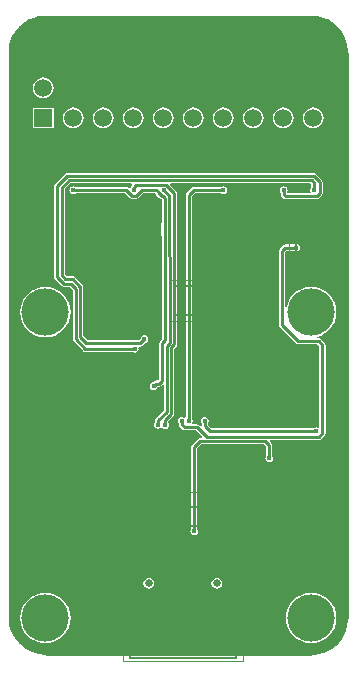
<source format=gbl>
G04*
G04 #@! TF.GenerationSoftware,Altium Limited,Altium Designer,20.0.12 (288)*
G04*
G04 Layer_Physical_Order=2*
G04 Layer_Color=9720587*
%FSLAX44Y44*%
%MOMM*%
G71*
G01*
G75*
%ADD10C,0.2000*%
%ADD11C,0.2540*%
%ADD12C,0.1270*%
%ADD14C,0.0000*%
%ADD15C,0.0500*%
%ADD48C,0.6500*%
%ADD49O,1.0000X2.0000*%
%ADD50O,0.9000X1.8000*%
%ADD51C,4.0000*%
%ADD52R,1.5000X1.5000*%
%ADD53C,1.5000*%
%ADD54C,0.4000*%
G36*
X1494988Y989500D02*
X1497037Y989500D01*
X1501100Y988965D01*
X1505058Y987904D01*
X1508844Y986336D01*
X1512393Y984287D01*
X1515645Y981792D01*
X1518542Y978895D01*
X1521037Y975643D01*
X1523086Y972094D01*
X1524655Y968308D01*
X1525715Y964350D01*
X1526250Y960287D01*
X1526250Y958238D01*
X1526250D01*
X1526250Y958238D01*
X1526250Y479163D01*
X1526250Y477137D01*
X1525721Y473119D01*
X1524672Y469205D01*
X1523122Y465461D01*
X1521095Y461952D01*
X1518629Y458737D01*
X1515763Y455871D01*
X1512548Y453405D01*
X1509039Y451378D01*
X1505295Y449828D01*
X1501381Y448779D01*
X1497363Y448250D01*
X1495337Y448250D01*
X1271500D01*
X1269353Y448250D01*
X1265097Y448810D01*
X1260950Y449921D01*
X1256984Y451564D01*
X1253266Y453711D01*
X1249860Y456324D01*
X1246824Y459360D01*
X1244211Y462766D01*
X1242064Y466484D01*
X1240421Y470450D01*
X1239310Y474597D01*
X1238750Y478853D01*
X1238750Y481000D01*
X1238750Y958274D01*
Y960321D01*
X1239284Y964379D01*
X1240344Y968333D01*
X1241910Y972114D01*
X1243957Y975659D01*
X1246449Y978907D01*
X1249343Y981801D01*
X1252591Y984293D01*
X1256136Y986340D01*
X1259917Y987906D01*
X1263871Y988966D01*
X1267930Y989500D01*
X1269976Y989500D01*
Y989500D01*
X1494988Y989500D01*
D02*
G37*
%LPC*%
G36*
X1268150Y937246D02*
X1265861Y936944D01*
X1263727Y936061D01*
X1261895Y934655D01*
X1260489Y932823D01*
X1259606Y930689D01*
X1259304Y928400D01*
X1259606Y926111D01*
X1260489Y923977D01*
X1261895Y922145D01*
X1263727Y920739D01*
X1265861Y919856D01*
X1268150Y919554D01*
X1270439Y919856D01*
X1272573Y920739D01*
X1274405Y922145D01*
X1275811Y923977D01*
X1276694Y926111D01*
X1276996Y928400D01*
X1276694Y930689D01*
X1275811Y932823D01*
X1274405Y934655D01*
X1272573Y936061D01*
X1270439Y936944D01*
X1268150Y937246D01*
D02*
G37*
G36*
X1276920Y911770D02*
X1259380D01*
Y894230D01*
X1276920D01*
Y911770D01*
D02*
G37*
G36*
X1496750Y911846D02*
X1494461Y911544D01*
X1492327Y910661D01*
X1490495Y909255D01*
X1489089Y907423D01*
X1488206Y905289D01*
X1487904Y903000D01*
X1488206Y900711D01*
X1489089Y898577D01*
X1490495Y896745D01*
X1492327Y895339D01*
X1494461Y894456D01*
X1496750Y894154D01*
X1499039Y894456D01*
X1501173Y895339D01*
X1503005Y896745D01*
X1504411Y898577D01*
X1505294Y900711D01*
X1505596Y903000D01*
X1505294Y905289D01*
X1504411Y907423D01*
X1503005Y909255D01*
X1501173Y910661D01*
X1499039Y911544D01*
X1496750Y911846D01*
D02*
G37*
G36*
X1471350D02*
X1469061Y911544D01*
X1466927Y910661D01*
X1465095Y909255D01*
X1463689Y907423D01*
X1462806Y905289D01*
X1462504Y903000D01*
X1462806Y900711D01*
X1463689Y898577D01*
X1465095Y896745D01*
X1466927Y895339D01*
X1469061Y894456D01*
X1471350Y894154D01*
X1473639Y894456D01*
X1475773Y895339D01*
X1477605Y896745D01*
X1479011Y898577D01*
X1479894Y900711D01*
X1480196Y903000D01*
X1479894Y905289D01*
X1479011Y907423D01*
X1477605Y909255D01*
X1475773Y910661D01*
X1473639Y911544D01*
X1471350Y911846D01*
D02*
G37*
G36*
X1445950D02*
X1443661Y911544D01*
X1441527Y910661D01*
X1439695Y909255D01*
X1438289Y907423D01*
X1437406Y905289D01*
X1437104Y903000D01*
X1437406Y900711D01*
X1438289Y898577D01*
X1439695Y896745D01*
X1441527Y895339D01*
X1443661Y894456D01*
X1445950Y894154D01*
X1448239Y894456D01*
X1450373Y895339D01*
X1452205Y896745D01*
X1453611Y898577D01*
X1454494Y900711D01*
X1454796Y903000D01*
X1454494Y905289D01*
X1453611Y907423D01*
X1452205Y909255D01*
X1450373Y910661D01*
X1448239Y911544D01*
X1445950Y911846D01*
D02*
G37*
G36*
X1420550D02*
X1418261Y911544D01*
X1416127Y910661D01*
X1414295Y909255D01*
X1412889Y907423D01*
X1412006Y905289D01*
X1411704Y903000D01*
X1412006Y900711D01*
X1412889Y898577D01*
X1414295Y896745D01*
X1416127Y895339D01*
X1418261Y894456D01*
X1420550Y894154D01*
X1422839Y894456D01*
X1424973Y895339D01*
X1426805Y896745D01*
X1428211Y898577D01*
X1429094Y900711D01*
X1429396Y903000D01*
X1429094Y905289D01*
X1428211Y907423D01*
X1426805Y909255D01*
X1424973Y910661D01*
X1422839Y911544D01*
X1420550Y911846D01*
D02*
G37*
G36*
X1395150D02*
X1392861Y911544D01*
X1390727Y910661D01*
X1388895Y909255D01*
X1387489Y907423D01*
X1386606Y905289D01*
X1386304Y903000D01*
X1386606Y900711D01*
X1387489Y898577D01*
X1388895Y896745D01*
X1390727Y895339D01*
X1392861Y894456D01*
X1395150Y894154D01*
X1397439Y894456D01*
X1399573Y895339D01*
X1401405Y896745D01*
X1402811Y898577D01*
X1403694Y900711D01*
X1403996Y903000D01*
X1403694Y905289D01*
X1402811Y907423D01*
X1401405Y909255D01*
X1399573Y910661D01*
X1397439Y911544D01*
X1395150Y911846D01*
D02*
G37*
G36*
X1369750D02*
X1367461Y911544D01*
X1365327Y910661D01*
X1363495Y909255D01*
X1362089Y907423D01*
X1361206Y905289D01*
X1360904Y903000D01*
X1361206Y900711D01*
X1362089Y898577D01*
X1363495Y896745D01*
X1365327Y895339D01*
X1367461Y894456D01*
X1369750Y894154D01*
X1372039Y894456D01*
X1374173Y895339D01*
X1376005Y896745D01*
X1377411Y898577D01*
X1378294Y900711D01*
X1378596Y903000D01*
X1378294Y905289D01*
X1377411Y907423D01*
X1376005Y909255D01*
X1374173Y910661D01*
X1372039Y911544D01*
X1369750Y911846D01*
D02*
G37*
G36*
X1344350D02*
X1342061Y911544D01*
X1339927Y910661D01*
X1338095Y909255D01*
X1336689Y907423D01*
X1335806Y905289D01*
X1335504Y903000D01*
X1335806Y900711D01*
X1336689Y898577D01*
X1338095Y896745D01*
X1339927Y895339D01*
X1342061Y894456D01*
X1344350Y894154D01*
X1346639Y894456D01*
X1348773Y895339D01*
X1350605Y896745D01*
X1352011Y898577D01*
X1352894Y900711D01*
X1353196Y903000D01*
X1352894Y905289D01*
X1352011Y907423D01*
X1350605Y909255D01*
X1348773Y910661D01*
X1346639Y911544D01*
X1344350Y911846D01*
D02*
G37*
G36*
X1318950D02*
X1316661Y911544D01*
X1314527Y910661D01*
X1312695Y909255D01*
X1311289Y907423D01*
X1310406Y905289D01*
X1310104Y903000D01*
X1310406Y900711D01*
X1311289Y898577D01*
X1312695Y896745D01*
X1314527Y895339D01*
X1316661Y894456D01*
X1318950Y894154D01*
X1321239Y894456D01*
X1323373Y895339D01*
X1325205Y896745D01*
X1326611Y898577D01*
X1327494Y900711D01*
X1327796Y903000D01*
X1327494Y905289D01*
X1326611Y907423D01*
X1325205Y909255D01*
X1323373Y910661D01*
X1321239Y911544D01*
X1318950Y911846D01*
D02*
G37*
G36*
X1293550D02*
X1291261Y911544D01*
X1289127Y910661D01*
X1287295Y909255D01*
X1285889Y907423D01*
X1285006Y905289D01*
X1284704Y903000D01*
X1285006Y900711D01*
X1285889Y898577D01*
X1287295Y896745D01*
X1289127Y895339D01*
X1291261Y894456D01*
X1293550Y894154D01*
X1295839Y894456D01*
X1297973Y895339D01*
X1299805Y896745D01*
X1301211Y898577D01*
X1302094Y900711D01*
X1302396Y903000D01*
X1302094Y905289D01*
X1301211Y907423D01*
X1299805Y909255D01*
X1297973Y910661D01*
X1295839Y911544D01*
X1293550Y911846D01*
D02*
G37*
G36*
X1497066Y856500D02*
X1288428D01*
X1287437Y856303D01*
X1286596Y855741D01*
X1278029Y847174D01*
X1277467Y846334D01*
X1277270Y845343D01*
Y768210D01*
X1277467Y767218D01*
X1278029Y766378D01*
X1283593Y760815D01*
X1284433Y760253D01*
X1285424Y760056D01*
X1290460D01*
X1293215Y757301D01*
Y715527D01*
X1293412Y714536D01*
X1293974Y713696D01*
X1302029Y705640D01*
X1302869Y705079D01*
X1303860Y704882D01*
X1343490D01*
X1344224Y704391D01*
X1345500Y704137D01*
X1346776Y704391D01*
X1347858Y705114D01*
X1348580Y706196D01*
X1348834Y707472D01*
X1348699Y708152D01*
X1349541Y709422D01*
X1350012D01*
X1351003Y709619D01*
X1351843Y710180D01*
X1354160Y712497D01*
X1355026Y712670D01*
X1356107Y713392D01*
X1356830Y714474D01*
X1357084Y715750D01*
X1356830Y717026D01*
X1356107Y718108D01*
X1355026Y718830D01*
X1353750Y719084D01*
X1352474Y718830D01*
X1351393Y718108D01*
X1350670Y717026D01*
X1350497Y716160D01*
X1348939Y714601D01*
X1305781D01*
X1302204Y718178D01*
Y759952D01*
X1302007Y760943D01*
X1301446Y761783D01*
X1294906Y768323D01*
X1294066Y768884D01*
X1293075Y769081D01*
X1288039D01*
X1286260Y770860D01*
Y842692D01*
X1291078Y847510D01*
X1342725D01*
X1343172Y846240D01*
X1342801Y845684D01*
X1342603Y844693D01*
Y844049D01*
X1342257Y843531D01*
X1340764Y843228D01*
X1340411Y843581D01*
X1339570Y844143D01*
X1338580Y844340D01*
X1295510D01*
X1294776Y844830D01*
X1293500Y845084D01*
X1292224Y844830D01*
X1291142Y844108D01*
X1290420Y843026D01*
X1290166Y841750D01*
X1290420Y840474D01*
X1291142Y839392D01*
X1292224Y838670D01*
X1293500Y838416D01*
X1294776Y838670D01*
X1295510Y839160D01*
X1337507D01*
X1341288Y835379D01*
X1342128Y834817D01*
X1343120Y834620D01*
X1346880D01*
X1347872Y834817D01*
X1348712Y835379D01*
X1352908Y839575D01*
X1363149D01*
X1363186Y839538D01*
X1363317Y838878D01*
X1363879Y838038D01*
X1366538Y835379D01*
X1367378Y834817D01*
X1368120Y834670D01*
X1368608Y834182D01*
Y814768D01*
X1368447Y814528D01*
X1368250Y813537D01*
Y803463D01*
X1368447Y802472D01*
X1368608Y802232D01*
Y794829D01*
X1368500Y794287D01*
Y784213D01*
X1368608Y783671D01*
Y757580D01*
X1368805Y756589D01*
X1368950Y756372D01*
Y715863D01*
X1367169Y714081D01*
X1366607Y713241D01*
X1366410Y712250D01*
Y712249D01*
X1366313Y711763D01*
Y681726D01*
X1365253Y680665D01*
X1363970D01*
X1362979Y680468D01*
X1362139Y679907D01*
X1361556Y679323D01*
X1361500Y679334D01*
X1360224Y679080D01*
X1359142Y678357D01*
X1358420Y677276D01*
X1358166Y676000D01*
X1358420Y674724D01*
X1359142Y673643D01*
X1360224Y672920D01*
X1361500Y672666D01*
X1362776Y672920D01*
X1363858Y673643D01*
X1364580Y674724D01*
X1364654Y675097D01*
X1365043Y675486D01*
X1366325D01*
X1367316Y675683D01*
X1368157Y676244D01*
X1368950Y677038D01*
X1370123Y676552D01*
Y655246D01*
X1363698Y648820D01*
X1363137Y647980D01*
X1362940Y646989D01*
Y645639D01*
X1362892Y645608D01*
X1362170Y644526D01*
X1361916Y643250D01*
X1362170Y641974D01*
X1362892Y640892D01*
X1363974Y640170D01*
X1365250Y639916D01*
X1366526Y640170D01*
X1367608Y640892D01*
X1369049Y640763D01*
X1369103Y640682D01*
X1370184Y639959D01*
X1371460Y639706D01*
X1372736Y639959D01*
X1373818Y640682D01*
X1374541Y641764D01*
X1374794Y643040D01*
X1374541Y644316D01*
X1374050Y645050D01*
Y646459D01*
X1378354Y650763D01*
X1378916Y651603D01*
X1379113Y652595D01*
Y707534D01*
X1380991Y709412D01*
X1381553Y710252D01*
X1381750Y711243D01*
Y786919D01*
X1381553Y787911D01*
X1381300Y788289D01*
Y790696D01*
X1381408Y791238D01*
Y806262D01*
X1381210Y807253D01*
X1381050Y807493D01*
Y809507D01*
X1381210Y809747D01*
X1381408Y810738D01*
Y839603D01*
X1381210Y840594D01*
X1380649Y841434D01*
X1375746Y846337D01*
X1376232Y847510D01*
X1494415D01*
X1494910Y847016D01*
Y843760D01*
X1494420Y843026D01*
X1494166Y841750D01*
X1494420Y840474D01*
X1494439Y840445D01*
X1493760Y839175D01*
X1475260D01*
X1474811Y840445D01*
X1474830Y840474D01*
X1475084Y841750D01*
X1474830Y843026D01*
X1474108Y844108D01*
X1473026Y844830D01*
X1471750Y845084D01*
X1470474Y844830D01*
X1469393Y844108D01*
X1468670Y843026D01*
X1468416Y841750D01*
X1468670Y840474D01*
X1469393Y839392D01*
X1469440Y839361D01*
Y838073D01*
X1469637Y837082D01*
X1470198Y836242D01*
X1471686Y834754D01*
X1472526Y834192D01*
X1473517Y833995D01*
X1499505D01*
X1500496Y834192D01*
X1501336Y834754D01*
X1503996Y837414D01*
X1504558Y838254D01*
X1504755Y839246D01*
Y848811D01*
X1504558Y849802D01*
X1503996Y850643D01*
X1498898Y855741D01*
X1498057Y856303D01*
X1497066Y856500D01*
D02*
G37*
G36*
X1420500Y845084D02*
X1419224Y844830D01*
X1418490Y844340D01*
X1395396D01*
X1394405Y844143D01*
X1393565Y843581D01*
X1389419Y839435D01*
X1388857Y838595D01*
X1388660Y837604D01*
Y649815D01*
X1388190Y649499D01*
X1387390Y649253D01*
X1386526Y649830D01*
X1385250Y650084D01*
X1383974Y649830D01*
X1382892Y649108D01*
X1382170Y648026D01*
X1381916Y646750D01*
X1382170Y645474D01*
X1382892Y644392D01*
X1382940Y644361D01*
Y643221D01*
X1383137Y642230D01*
X1383698Y641389D01*
X1385919Y639169D01*
X1386759Y638607D01*
X1387750Y638410D01*
X1397427D01*
X1402799Y633038D01*
X1402313Y631865D01*
X1400723D01*
X1399732Y631668D01*
X1398892Y631106D01*
X1394169Y626383D01*
X1393607Y625543D01*
X1393410Y624552D01*
Y555010D01*
X1392920Y554276D01*
X1392666Y553000D01*
X1392920Y551724D01*
X1393642Y550642D01*
X1394724Y549920D01*
X1396000Y549666D01*
X1397276Y549920D01*
X1398358Y550642D01*
X1399080Y551724D01*
X1399334Y553000D01*
X1399080Y554276D01*
X1398590Y555010D01*
Y623479D01*
X1401796Y626685D01*
X1455177D01*
X1456963Y624899D01*
Y616856D01*
X1456473Y616122D01*
X1456219Y614846D01*
X1456473Y613570D01*
X1457195Y612488D01*
X1458277Y611766D01*
X1459553Y611512D01*
X1460829Y611766D01*
X1461911Y612488D01*
X1462633Y613570D01*
X1462887Y614846D01*
X1462633Y616122D01*
X1462143Y616856D01*
Y625972D01*
X1461946Y626963D01*
X1461384Y627803D01*
X1459866Y629322D01*
X1460352Y630495D01*
X1501380D01*
X1502372Y630692D01*
X1503212Y631254D01*
X1506365Y634407D01*
X1506926Y635247D01*
X1507123Y636238D01*
Y710779D01*
X1506926Y711770D01*
X1506365Y712611D01*
X1503112Y715863D01*
X1502271Y716425D01*
X1501280Y716622D01*
X1500526D01*
X1500338Y717892D01*
X1503179Y718754D01*
X1506874Y720729D01*
X1510113Y723387D01*
X1512771Y726626D01*
X1514746Y730321D01*
X1515962Y734330D01*
X1516373Y738500D01*
X1515962Y742670D01*
X1514746Y746679D01*
X1512771Y750374D01*
X1510113Y753613D01*
X1506874Y756271D01*
X1503179Y758246D01*
X1499170Y759462D01*
X1495000Y759873D01*
X1490830Y759462D01*
X1486821Y758246D01*
X1483126Y756271D01*
X1479887Y753613D01*
X1477229Y750374D01*
X1475254Y746679D01*
X1474165Y743088D01*
X1472895Y743276D01*
Y789482D01*
X1474073Y790660D01*
X1480490D01*
X1481224Y790170D01*
X1482500Y789916D01*
X1483776Y790170D01*
X1484857Y790892D01*
X1485580Y791974D01*
X1485834Y793250D01*
X1485580Y794526D01*
X1484857Y795608D01*
X1483776Y796330D01*
X1482500Y796584D01*
X1481224Y796330D01*
X1480490Y795840D01*
X1473000D01*
X1472009Y795643D01*
X1471169Y795081D01*
X1468474Y792386D01*
X1467912Y791546D01*
X1467715Y790555D01*
Y727977D01*
X1467912Y726986D01*
X1468474Y726146D01*
X1482419Y712201D01*
X1483259Y711640D01*
X1484250Y711442D01*
X1500208D01*
X1501944Y709707D01*
Y641452D01*
X1500832Y640741D01*
X1500674Y640726D01*
X1499500Y640959D01*
X1498224Y640705D01*
X1497490Y640215D01*
X1410198D01*
X1407619Y642793D01*
Y645158D01*
X1407830Y645474D01*
X1408084Y646750D01*
X1407830Y648026D01*
X1407108Y649108D01*
X1406026Y649830D01*
X1404750Y650084D01*
X1403474Y649830D01*
X1402392Y649108D01*
X1401670Y648026D01*
X1401416Y646750D01*
X1401670Y645474D01*
X1402392Y644392D01*
X1402440Y644361D01*
Y642519D01*
X1401170Y641993D01*
X1400331Y642831D01*
X1399491Y643393D01*
X1398500Y643590D01*
X1394518D01*
X1393920Y644860D01*
X1394330Y645474D01*
X1394584Y646750D01*
X1394330Y648026D01*
X1393840Y648760D01*
Y836531D01*
X1396469Y839160D01*
X1418490D01*
X1419224Y838670D01*
X1420500Y838416D01*
X1421776Y838670D01*
X1422858Y839392D01*
X1423580Y840474D01*
X1423834Y841750D01*
X1423580Y843026D01*
X1422858Y844108D01*
X1421776Y844830D01*
X1420500Y845084D01*
D02*
G37*
G36*
X1270000Y759873D02*
X1265830Y759462D01*
X1261821Y758246D01*
X1258126Y756271D01*
X1254887Y753613D01*
X1252229Y750374D01*
X1250254Y746679D01*
X1249038Y742670D01*
X1248627Y738500D01*
X1249038Y734330D01*
X1250254Y730321D01*
X1252229Y726626D01*
X1254887Y723387D01*
X1258126Y720729D01*
X1261821Y718754D01*
X1265830Y717538D01*
X1270000Y717127D01*
X1274170Y717538D01*
X1278179Y718754D01*
X1281874Y720729D01*
X1285113Y723387D01*
X1287771Y726626D01*
X1289746Y730321D01*
X1290962Y734330D01*
X1291373Y738500D01*
X1290962Y742670D01*
X1289746Y746679D01*
X1287771Y750374D01*
X1285113Y753613D01*
X1281874Y756271D01*
X1278179Y758246D01*
X1274170Y759462D01*
X1270000Y759873D01*
D02*
G37*
G36*
X1415169Y513445D02*
X1413405Y513094D01*
X1411910Y512095D01*
X1410911Y510600D01*
X1410560Y508837D01*
X1410911Y507073D01*
X1411910Y505578D01*
X1413405Y504579D01*
X1415169Y504228D01*
X1416932Y504579D01*
X1418427Y505578D01*
X1419426Y507073D01*
X1419777Y508837D01*
X1419426Y510600D01*
X1418427Y512095D01*
X1416932Y513094D01*
X1415169Y513445D01*
D02*
G37*
G36*
X1357369D02*
X1355605Y513094D01*
X1354110Y512095D01*
X1353111Y510600D01*
X1352760Y508837D01*
X1353111Y507073D01*
X1354110Y505578D01*
X1355605Y504579D01*
X1357369Y504228D01*
X1359132Y504579D01*
X1360627Y505578D01*
X1361626Y507073D01*
X1361977Y508837D01*
X1361626Y510600D01*
X1360627Y512095D01*
X1359132Y513094D01*
X1357369Y513445D01*
D02*
G37*
G36*
X1495000Y500873D02*
X1490830Y500462D01*
X1486821Y499246D01*
X1483126Y497271D01*
X1479887Y494613D01*
X1477229Y491374D01*
X1475254Y487679D01*
X1474038Y483670D01*
X1473627Y479500D01*
X1474038Y475330D01*
X1475254Y471321D01*
X1477229Y467626D01*
X1479887Y464387D01*
X1483126Y461729D01*
X1486821Y459754D01*
X1490830Y458538D01*
X1495000Y458127D01*
X1499170Y458538D01*
X1503179Y459754D01*
X1506874Y461729D01*
X1510113Y464387D01*
X1512771Y467626D01*
X1514746Y471321D01*
X1515962Y475330D01*
X1516373Y479500D01*
X1515962Y483670D01*
X1514746Y487679D01*
X1512771Y491374D01*
X1510113Y494613D01*
X1506874Y497271D01*
X1503179Y499246D01*
X1499170Y500462D01*
X1495000Y500873D01*
D02*
G37*
G36*
X1270000D02*
X1265830Y500462D01*
X1261821Y499246D01*
X1258126Y497271D01*
X1254887Y494613D01*
X1252229Y491374D01*
X1250254Y487679D01*
X1249038Y483670D01*
X1248627Y479500D01*
X1249038Y475330D01*
X1250254Y471321D01*
X1252229Y467626D01*
X1254887Y464387D01*
X1258126Y461729D01*
X1261821Y459754D01*
X1265830Y458538D01*
X1270000Y458127D01*
X1274170Y458538D01*
X1278179Y459754D01*
X1281874Y461729D01*
X1285113Y464387D01*
X1287771Y467626D01*
X1289746Y471321D01*
X1290962Y475330D01*
X1291373Y479500D01*
X1290962Y483670D01*
X1289746Y487679D01*
X1287771Y491374D01*
X1285113Y494613D01*
X1281874Y497271D01*
X1278179Y499246D01*
X1274170Y500462D01*
X1270000Y500873D01*
D02*
G37*
%LPD*%
D10*
X1331519Y519537D02*
G03*
X1331519Y519537I-1000J0D01*
G01*
X1378050Y540000D02*
G03*
X1378050Y540000I-1000J0D01*
G01*
X1407510Y770420D02*
G03*
X1407510Y770420I-1000J0D01*
G01*
D11*
X1409125Y637625D02*
X1499500D01*
X1405029Y641721D02*
X1409125Y637625D01*
X1396000Y624552D02*
X1400723Y629275D01*
X1396000Y553000D02*
Y624552D01*
X1400723Y629275D02*
X1456250D01*
X1459553Y614846D02*
Y625972D01*
X1456250Y629275D02*
X1459553Y625972D01*
X1346790Y846290D02*
X1372130D01*
X1345000Y841750D02*
X1345193Y841943D01*
Y844693D02*
X1346790Y846290D01*
X1345193Y841943D02*
Y844693D01*
X1470305Y727977D02*
Y790555D01*
X1473000Y793250D02*
X1482500D01*
X1470305Y790555D02*
X1473000Y793250D01*
X1406415Y633085D02*
X1501380D01*
X1504533Y636238D01*
Y710779D01*
X1501280Y714032D02*
X1504533Y710779D01*
X1484250Y714032D02*
X1501280D01*
X1470305Y727977D02*
X1484250Y714032D01*
X1387750Y641000D02*
X1398500D01*
X1406415Y633085D01*
X1385529Y643221D02*
Y646471D01*
Y643221D02*
X1387750Y641000D01*
X1385250Y646750D02*
X1385529Y646471D01*
X1404750Y646750D02*
X1405029Y646471D01*
Y641721D02*
Y646471D01*
X1391250Y646750D02*
Y837604D01*
X1499505Y836585D02*
X1502165Y839246D01*
X1472029Y838073D02*
Y841471D01*
X1473517Y836585D02*
X1499505D01*
X1472029Y838073D02*
X1473517Y836585D01*
X1502165Y839246D02*
Y848811D01*
X1497066Y853910D02*
X1502165Y848811D01*
X1288428Y853910D02*
X1497066D01*
X1290006Y850100D02*
X1495488D01*
X1497500Y841750D02*
Y848088D01*
X1495488Y850100D02*
X1497500Y848088D01*
X1471750Y841750D02*
X1472029Y841471D01*
X1376523Y652595D02*
Y708606D01*
X1372713Y654173D02*
Y710184D01*
X1365250Y643250D02*
X1365529Y643529D01*
X1371460Y643040D02*
Y647532D01*
X1376523Y652595D01*
X1365529Y643529D02*
Y646989D01*
X1372713Y654173D01*
X1365710Y839870D02*
X1368369Y837210D01*
X1371198Y813895D02*
Y835255D01*
X1351835Y842164D02*
X1364222D01*
X1369242Y837210D02*
X1371198Y835255D01*
X1365710Y839870D02*
Y840676D01*
X1364222Y842164D02*
X1365710Y840676D01*
X1368369Y837210D02*
X1369242D01*
X1346880D02*
X1351835Y842164D01*
X1372130Y846290D02*
X1378818Y839603D01*
X1279860Y845343D02*
X1288428Y853910D01*
X1283670Y843764D02*
X1290006Y850100D01*
X1279860Y768210D02*
X1285424Y762646D01*
X1279860Y768210D02*
Y845343D01*
X1285424Y762646D02*
X1291533D01*
X1286966Y766492D02*
X1293075D01*
X1283670Y769788D02*
Y843764D01*
Y769788D02*
X1286966Y766492D01*
X1299615Y717105D02*
Y759952D01*
X1293075Y766492D02*
X1299615Y759952D01*
X1291533Y762646D02*
X1295805Y758374D01*
Y715527D02*
Y758374D01*
X1299615Y717105D02*
X1304708Y712012D01*
X1350012D01*
X1295805Y715527D02*
X1303860Y707472D01*
X1345500D01*
X1350012Y712012D02*
X1353750Y715750D01*
X1293500Y841750D02*
X1338580D01*
X1343120Y837210D02*
X1346880D01*
X1338580Y841750D02*
X1343120Y837210D01*
X1395396Y841750D02*
X1420500D01*
X1391250Y837604D02*
X1395396Y841750D01*
X1371090Y784213D02*
Y794287D01*
X1371198Y757580D02*
X1371540Y757238D01*
X1369000Y712250D02*
X1371540Y714790D01*
X1370250Y841750D02*
X1375008Y836992D01*
X1374650Y805041D02*
Y811959D01*
X1374900Y785791D02*
Y792709D01*
X1376523Y708606D02*
X1379160Y711243D01*
X1378710Y787370D02*
X1379160Y786919D01*
Y711243D02*
Y786919D01*
X1378818Y791238D02*
Y806262D01*
X1378710Y787370D02*
Y791131D01*
X1378460Y806619D02*
X1378818Y806262D01*
X1378460Y806619D02*
Y810380D01*
X1378818Y810738D02*
Y839603D01*
X1366325Y678075D02*
X1368903Y680653D01*
X1371198Y794395D02*
Y803105D01*
X1371090Y784213D02*
X1371198Y784105D01*
X1374650Y811959D02*
X1375008Y812317D01*
X1378710Y791131D02*
X1378818Y791238D01*
X1370840Y813537D02*
X1371198Y813895D01*
X1370840Y803463D02*
X1371198Y803105D01*
Y757580D02*
Y784105D01*
X1371540Y714790D02*
Y757238D01*
X1368903Y711763D02*
X1369000Y711859D01*
X1372713Y710184D02*
X1375350Y712821D01*
X1375008Y812317D02*
Y836992D01*
X1378460Y810380D02*
X1378818Y810738D01*
X1368903Y680653D02*
Y711763D01*
X1371090Y794287D02*
X1371198Y794395D01*
X1370840Y803463D02*
Y813537D01*
X1369000Y711859D02*
Y712250D01*
X1374900Y792709D02*
X1375008Y792816D01*
X1374900Y785791D02*
X1375350Y785341D01*
X1374650Y805041D02*
X1375008Y804684D01*
Y792816D02*
Y804684D01*
X1375350Y712821D02*
Y785341D01*
X1361500Y676000D02*
X1361895D01*
X1363970Y678075D01*
X1366325D01*
X1495157Y449343D02*
G03*
X1525157Y479343I0J30000D01*
G01*
X1525000Y958000D02*
G03*
X1495000Y988000I-30000J0D01*
G01*
X1270000Y988250D02*
G03*
X1240000Y958250I0J-30000D01*
G01*
X1240270Y479770D02*
G03*
X1270270Y449770I30000J0D01*
G01*
Y449500D02*
X1495157Y449500D01*
X1525000Y958000D02*
X1525000Y479343D01*
X1270000Y988237D02*
X1495000Y988018D01*
X1240000Y958250D02*
X1240000Y479770D01*
X1270270Y449500D02*
X1341750D01*
X1365569Y453537D02*
Y460534D01*
X1369067D01*
X1370234Y459368D01*
Y457035D01*
X1369067Y455869D01*
X1365569D01*
X1377231Y459368D02*
X1376065Y460534D01*
X1373733D01*
X1372566Y459368D01*
Y454703D01*
X1373733Y453537D01*
X1376065D01*
X1377231Y454703D01*
X1379564Y460534D02*
Y453537D01*
X1383063D01*
X1384229Y454703D01*
Y455869D01*
X1383063Y457035D01*
X1379564D01*
X1383063D01*
X1384229Y458202D01*
Y459368D01*
X1383063Y460534D01*
X1379564D01*
X1398225D02*
X1393560D01*
Y453537D01*
X1398225D01*
X1393560Y457035D02*
X1395892D01*
X1405222Y460534D02*
Y453537D01*
X1401724D01*
X1400557Y454703D01*
Y457035D01*
X1401724Y458202D01*
X1405222D01*
X1409888Y451204D02*
X1411054D01*
X1412220Y452370D01*
Y458202D01*
X1408721D01*
X1407555Y457035D01*
Y454703D01*
X1408721Y453537D01*
X1412220D01*
X1418052D02*
X1415719D01*
X1414553Y454703D01*
Y457035D01*
X1415719Y458202D01*
X1418052D01*
X1419218Y457035D01*
Y455869D01*
X1414553D01*
D12*
X1341569Y446037D02*
Y519537D01*
Y446037D02*
X1430969D01*
Y519537D01*
X1341569D02*
X1430969D01*
X1331569Y450937D02*
X1440969D01*
X1321150Y538000D02*
Y554000D01*
Y538000D02*
X1329350D01*
Y554000D01*
X1321150D02*
X1329350D01*
X1482000Y805750D02*
Y813750D01*
Y805750D02*
X1498000D01*
Y813750D01*
X1482000D02*
X1498000D01*
X1482000Y789250D02*
Y797250D01*
Y789250D02*
X1498000D01*
Y797250D01*
X1482000D02*
X1498000D01*
X1371875Y557425D02*
Y573675D01*
X1401125D01*
Y557425D02*
Y573675D01*
X1371875Y557425D02*
X1401125D01*
X1411510Y735920D02*
Y760920D01*
X1379510Y735920D02*
X1411510D01*
X1379510Y760920D02*
X1411510D01*
X1379510Y735920D02*
Y760920D01*
D14*
X1429443Y522135D02*
G03*
X1426270Y518611I176J-3349D01*
G01*
X1432768Y519152D02*
G03*
X1429453Y522136I-3149J-165D01*
G01*
Y505137D02*
G03*
X1432768Y508122I165J3149D01*
G01*
X1426269Y508128D02*
G03*
X1429477Y505137I3100J108D01*
G01*
X1432769Y508137D02*
Y519137D01*
X1426269Y508137D02*
Y518637D01*
X1469660Y575610D02*
G03*
X1463564Y575610I-3048J0D01*
G01*
X1459500Y605582D02*
X1473724D01*
X1459500Y593136D02*
Y605582D01*
Y588056D02*
Y593136D01*
Y575610D02*
Y588056D01*
Y575610D02*
X1463564D01*
X1469660D01*
X1473724D01*
Y578404D01*
Y583484D01*
Y597708D01*
Y578404D02*
X1479058D01*
Y583484D01*
X1473724D02*
X1479058D01*
X1473724Y602788D02*
Y605582D01*
Y597708D02*
Y602788D01*
Y597708D02*
X1479058D01*
Y602788D01*
X1473724D02*
X1479058D01*
X1454166Y593136D02*
X1459500D01*
X1454166Y588056D02*
Y593136D01*
Y588056D02*
X1459500D01*
D15*
X1335519Y443537D02*
Y527737D01*
Y443537D02*
X1437019D01*
Y527737D01*
X1335519D02*
X1437019D01*
X1333450Y531100D02*
Y560900D01*
X1317050D02*
X1333450D01*
X1317050Y531100D02*
Y560900D01*
Y531100D02*
X1333450D01*
X1476300Y803050D02*
Y816450D01*
Y803050D02*
X1503700D01*
Y816450D01*
X1476300D02*
X1503700D01*
X1476300Y786550D02*
Y799950D01*
Y786550D02*
X1503700D01*
Y799950D01*
X1476300D02*
X1503700D01*
X1369375Y544450D02*
X1403625D01*
Y586650D01*
X1369375D02*
X1403625D01*
X1369375Y544450D02*
Y586650D01*
X1416010Y731420D02*
Y765420D01*
X1375010D02*
X1416010D01*
X1375010Y731420D02*
X1416010D01*
X1375010D02*
Y765420D01*
D48*
X1357369Y508837D02*
D03*
X1415169D02*
D03*
D49*
X1343019Y513637D02*
D03*
X1429519D02*
D03*
D50*
X1343019Y471837D02*
D03*
X1429519D02*
D03*
D51*
X1270000Y479500D02*
D03*
X1495000D02*
D03*
Y738500D02*
D03*
X1270000D02*
D03*
D52*
X1268150Y903000D02*
D03*
D53*
X1293550D02*
D03*
X1318950D02*
D03*
X1344350D02*
D03*
X1369750D02*
D03*
X1395150D02*
D03*
X1420550D02*
D03*
X1445950D02*
D03*
X1471350D02*
D03*
X1496750D02*
D03*
X1268150Y928400D02*
D03*
X1293550D02*
D03*
X1318950D02*
D03*
X1344350D02*
D03*
X1369750D02*
D03*
X1395150D02*
D03*
X1420550D02*
D03*
X1445950D02*
D03*
X1471350D02*
D03*
X1496750D02*
D03*
D54*
X1396000Y553000D02*
D03*
X1459553Y614846D02*
D03*
X1404750Y646750D02*
D03*
X1391250D02*
D03*
X1499500Y637625D02*
D03*
X1371460Y643040D02*
D03*
X1345500Y707472D02*
D03*
X1353750Y715750D02*
D03*
X1385250Y646750D02*
D03*
X1381063Y700250D02*
D03*
X1360710Y665750D02*
D03*
Y650750D02*
D03*
X1482500Y793250D02*
D03*
X1497500Y841750D02*
D03*
X1471750D02*
D03*
X1420500D02*
D03*
X1370250D02*
D03*
X1345000D02*
D03*
X1293500D02*
D03*
X1361500Y676000D02*
D03*
X1365250Y643250D02*
D03*
X1415000Y695750D02*
D03*
X1410750Y646750D02*
D03*
X1386750Y614250D02*
D03*
X1421500Y599000D02*
D03*
X1497250Y793250D02*
D03*
X1383000Y808500D02*
D03*
X1383250Y789250D02*
D03*
X1407000Y789000D02*
D03*
X1339250Y754500D02*
D03*
X1367000Y754750D02*
D03*
X1438000Y755500D02*
D03*
X1424000D02*
D03*
X1406500Y740000D02*
D03*
X1384000Y757000D02*
D03*
X1295750Y664000D02*
D03*
X1284750Y647750D02*
D03*
X1293000Y621500D02*
D03*
X1294750Y597250D02*
D03*
X1418500Y517750D02*
D03*
X1354500Y518000D02*
D03*
X1343750Y538250D02*
D03*
X1386250Y553000D02*
D03*
X1429500Y538000D02*
D03*
X1459500Y538500D02*
D03*
X1499250Y615000D02*
D03*
X1462250Y681000D02*
D03*
X1462000Y695750D02*
D03*
M02*

</source>
